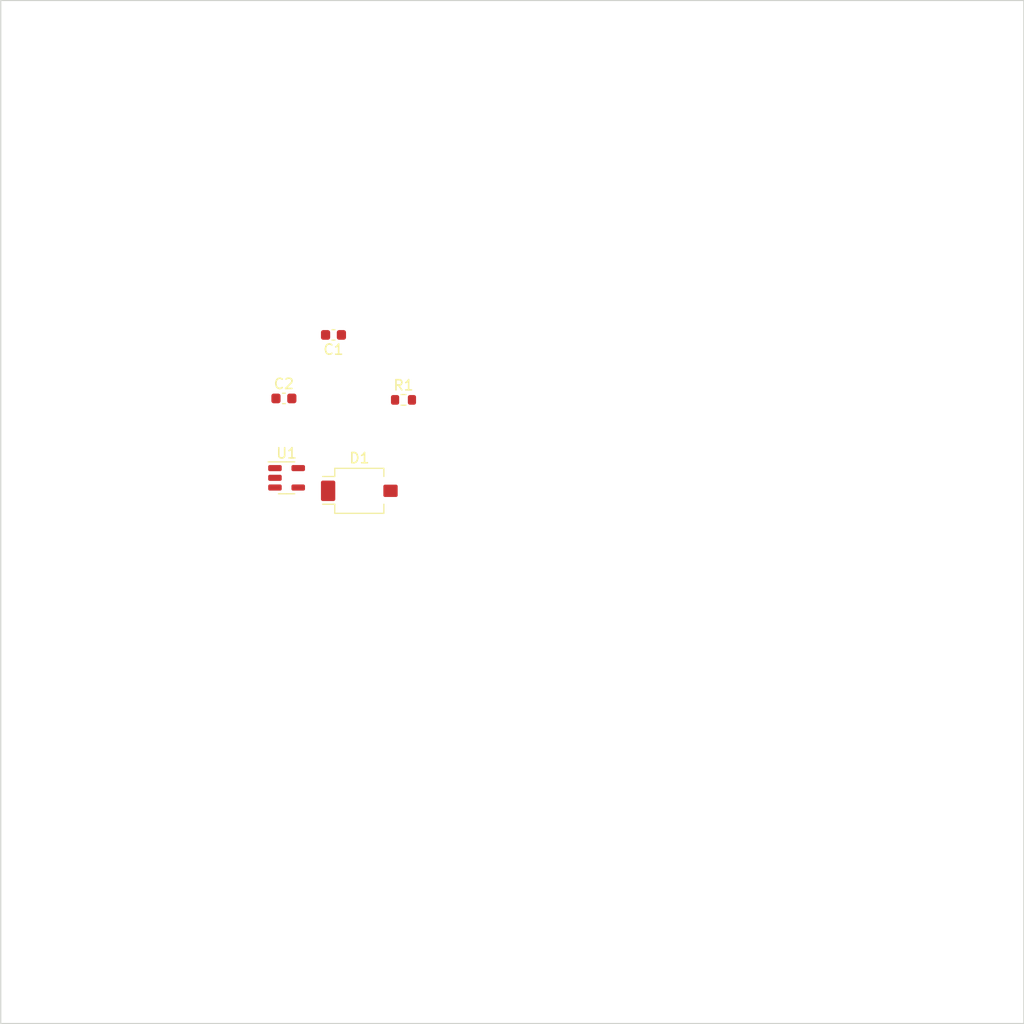
<source format=kicad_pcb>
(kicad_pcb (version 20221018) (generator pcbnew)
  (layers (0 "F.Cu" signal) (31 "B.Cu" signal) (34 "B.Paste" user) (35 "F.Paste" user) (36 "B.SilkS" user "B.Silkscreen") (37 "F.SilkS" user "F.Silkscreen") (38 "B.Mask" user) (39 "F.Mask" user) (44 "Edge.Cuts" user))
  (net 0 "")
  (net 1 "Net-(D1-K)")
  (net 2 "Net-(C1-Pad2)")
  (net 3 "Net-(U1-+)")
  (net 4 "GND")
  (net 5 "+5V")
  (footprint "Capacitor_SMD:C_0603_1608Metric" (layer "F.Cu") (at 83.325 85.09 180)
    (fp_text reference "C1" (at 0 -1.43) (layer "F.SilkS"))
    (fp_text value "TBD")
    (fp_line (start -0.14058 -0.51) (end 0.14058 -0.51) (stroke (width 0.12)) (layer "F.SilkS"))
    (fp_line (start -0.14058 0.51) (end 0.14058 0.51) (stroke (width 0.12)) (layer "F.SilkS"))
    (pad "1" smd roundrect (at -0.775 0 180) (size 0.9 0.95) (layers "F.Cu" "F.Paste" "F.Mask") (net 1 "Net-(D1-K)"))
    (pad "2" smd roundrect (at 0.775 0 180) (size 0.9 0.95) (layers "F.Cu" "F.Paste" "F.Mask") (net 2 "Net-(C1-Pad2)"))
  )
  (footprint "OptoDevice:Osram_SFH2440" (layer "F.Cu") (at 85.85 100.33)
    (fp_text reference "D1" (at 0.01 -3.2) (layer "F.SilkS"))
    (fp_text value "SFH2440")
    (fp_line (start -3.59 1.31) (end -2.4 1.31) (stroke (width 0.12)) (layer "F.SilkS"))
    (fp_line (start -2.41 -1.4) (end -3.59 -1.4) (stroke (width 0.12)) (layer "F.SilkS"))
    (fp_line (start -2.4 -2.2) (end -2.4 -1.4) (stroke (width 0.12)) (layer "F.SilkS"))
    (fp_line (start -2.4 1.31) (end -2.4 2.2) (stroke (width 0.12)) (layer "F.SilkS"))
    (fp_line (start -2.4 2.2) (end 2.4 2.2) (stroke (width 0.12)) (layer "F.SilkS"))
    (fp_line (start 2.4 -2.2) (end -2.4 -2.2) (stroke (width 0.12)) (layer "F.SilkS"))
    (fp_line (start 2.4 -1.4) (end 2.4 -2.2) (stroke (width 0.12)) (layer "F.SilkS"))
    (fp_line (start 2.4 2.2) (end 2.4 1.31) (stroke (width 0.12)) (layer "F.SilkS"))
    (pad "1" smd roundrect (at -3.05 0 180) (size 1.4 2) (layers "F.Cu" "F.Mask") (roundrect_rratio 0.125) (net 1 "Net-(D1-K)"))
    (pad "2" smd roundrect (at 3.05 0 180) (size 1.4 1.2) (layers "F.Cu" "F.Mask") (roundrect_rratio 0.125) (net 4 "GND"))
  )
  (footprint "Resistor_SMD:R_0603_1608Metric" (layer "F.Cu") (at 90.17 91.44)
    (fp_text reference "R1" (at 0 -1.43) (layer "F.SilkS"))
    (fp_text value "TBD")
    (fp_line (start -0.237258 -0.5225) (end 0.237258 -0.5225) (stroke (width 0.12)) (layer "F.SilkS"))
    (fp_line (start -0.237258 0.5225) (end 0.237258 0.5225) (stroke (width 0.12)) (layer "F.SilkS"))
    (pad "1" smd roundrect (at -0.825 0) (size 0.8 0.95) (layers "F.Cu" "F.Paste" "F.Mask") (net 1 "Net-(D1-K)"))
    (pad "2" smd roundrect (at 0.825 0) (size 0.8 0.95) (layers "F.Cu" "F.Paste" "F.Mask") (net 2 "Net-(C1-Pad2)"))
  )
  (footprint "Capacitor_SMD:C_0603_1608Metric" (layer "F.Cu") (at 78.4775 91.3)
    (fp_text reference "C2" (at 0 -1.43) (layer "F.SilkS"))
    (fp_text value "TBD")
    (fp_line (start -0.14058 -0.51) (end 0.14058 -0.51) (stroke (width 0.12)) (layer "F.SilkS"))
    (fp_line (start -0.14058 0.51) (end 0.14058 0.51) (stroke (width 0.12)) (layer "F.SilkS"))
    (pad "1" smd roundrect (at -0.775 0) (size 0.9 0.95) (layers "F.Cu" "F.Paste" "F.Mask") (net 3 "Net-(U1-+)"))
    (pad "2" smd roundrect (at 0.775 0) (size 0.9 0.95) (layers "F.Cu" "F.Paste" "F.Mask") (net 4 "GND"))
  )
  (footprint "Package_TO_SOT_SMD:SOT-23-5" (layer "F.Cu") (at 78.74 99.06)
    (fp_text reference "U1" (at 0 -2.4) (layer "F.SilkS"))
    (fp_text value "OPA365xxDBV")
    (fp_line (start 0 -1.56) (end -1.8 -1.56) (stroke (width 0.12)) (layer "F.SilkS"))
    (fp_line (start 0 -1.56) (end 0.8 -1.56) (stroke (width 0.12)) (layer "F.SilkS"))
    (fp_line (start 0 1.56) (end -0.8 1.56) (stroke (width 0.12)) (layer "F.SilkS"))
    (fp_line (start 0 1.56) (end 0.8 1.56) (stroke (width 0.12)) (layer "F.SilkS"))
    (pad "1" smd roundrect (at -1.1375 -0.95) (size 1.325 0.6) (layers "F.Cu" "F.Paste" "F.Mask") (net 2 "Net-(C1-Pad2)"))
    (pad "2" smd roundrect (at -1.1375 0) (size 1.325 0.6) (layers "F.Cu" "F.Paste" "F.Mask") (net 4 "GND"))
    (pad "3" smd roundrect (at -1.1375 0.95) (size 1.325 0.6) (layers "F.Cu" "F.Paste" "F.Mask") (net 3 "Net-(U1-+)"))
    (pad "4" smd roundrect (at 1.1375 0.95) (size 1.325 0.6) (layers "F.Cu" "F.Paste" "F.Mask") (net 1 "Net-(D1-K)"))
    (pad "5" smd roundrect (at 1.1375 -0.95) (size 1.325 0.6) (layers "F.Cu" "F.Paste" "F.Mask") (net 5 "+5V"))
  )
  (gr_rect (start 50.8 52.4) (end 150.8 152.4) (stroke (width 0.1)) (fill none) (layer "Edge.Cuts"))
)
</source>
